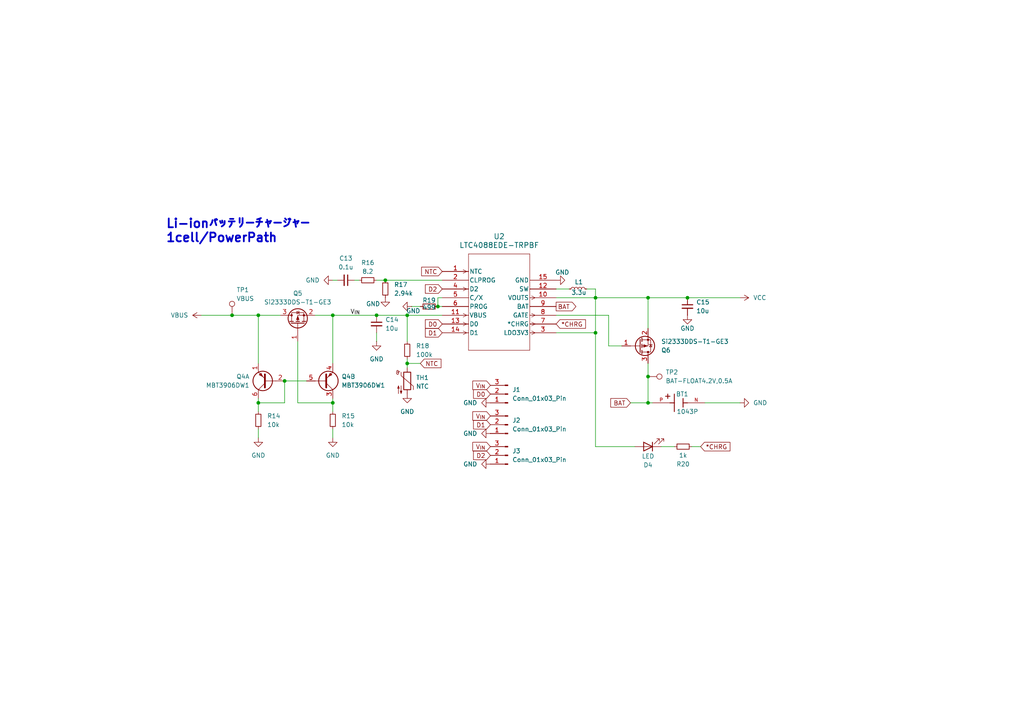
<source format=kicad_sch>
(kicad_sch (version 20231120) (generator "eeschema") (generator_version "8.0")
  (paper "A4")
  (lib_symbols
    (symbol "1043P:1043P" (pin_names (offset 1.016))
      (property "Reference" "BT" (at -3.81 3.81 0))
      (property "Value" "1043P" (at -3.81 -5.08 0))
      (symbol "1043P_0_0"
        (polyline (pts (xy -3.81 1.905) (xy -2.54 1.905)) (stroke (width 0.254)))
        (polyline (pts (xy -3.175 2.54) (xy -3.175 1.27)) (stroke (width 0.254)))
        (polyline (pts (xy -1.27 0) (xy -2.54 0)) (stroke (width 0.254)))
        (polyline (pts (xy -1.27 0) (xy -1.27 -2.54)) (stroke (width 0.254)))
        (polyline (pts (xy -1.27 2.54) (xy -1.27 0)) (stroke (width 0.254)))
        (polyline (pts (xy 1.27 0) (xy 1.27 -1.27)) (stroke (width 0.254)))
        (polyline (pts (xy 1.27 0) (xy 2.54 0)) (stroke (width 0.254)))
        (polyline (pts (xy 1.27 1.27) (xy 1.27 0)) (stroke (width 0.254)))
        (pin passive line (at 7.62 0 180) (length 5.08) (name "~") (number "N"))
        (pin passive line (at -7.62 0 0) (length 5.08) (name "~") (number "P"))
      )
    )
    (symbol "2024-10-02_05-23-37:LTC4088EDE-TRPBF" (pin_names (offset 0.254))
      (property "Reference" "U2" (at 25.4 10.16 0))
      (property "Value" "LTC4088EDE-TRPBF" (at 25.4 7.62 0))
      (symbol "LTC4088EDE-TRPBF_0_1"
        (polyline (pts (xy 15.9893 -17.78) (xy 14.9479 -18.3007)) (stroke (width 0.127)))
        (polyline (pts (xy 15.9893 -17.78) (xy 14.9479 -17.2593)) (stroke (width 0.127)))
        (polyline (pts (xy 15.9893 -15.24) (xy 14.9479 -15.7607)) (stroke (width 0.127)))
        (polyline (pts (xy 15.9893 -15.24) (xy 14.9479 -14.7193)) (stroke (width 0.127)))
        (polyline (pts (xy 15.9893 -12.7) (xy 14.9479 -13.2207)) (stroke (width 0.127)))
        (polyline (pts (xy 15.9893 -12.7) (xy 14.9479 -12.1793)) (stroke (width 0.127)))
        (polyline (pts (xy 15.9893 -5.08) (xy 14.9479 -5.6007)) (stroke (width 0.127)))
        (polyline (pts (xy 15.9893 -5.08) (xy 14.9479 -4.5593)) (stroke (width 0.127)))
        (polyline (pts (xy 15.9893 0) (xy 14.9479 -0.5207)) (stroke (width 0.127)))
        (polyline (pts (xy 15.9893 0) (xy 14.9479 0.5207)) (stroke (width 0.127)))
        (polyline (pts (xy 16.51 -22.86) (xy 34.29 -22.86)) (stroke (width 0.127)))
        (polyline (pts (xy 16.51 5.08) (xy 16.51 -22.86)) (stroke (width 0.127)))
        (polyline (pts (xy 34.29 -22.86) (xy 34.29 5.08)) (stroke (width 0.127)))
        (polyline (pts (xy 34.29 5.08) (xy 16.51 5.08)) (stroke (width 0.127)))
        (polyline (pts (xy 34.8107 -18.3007) (xy 35.8521 -17.78)) (stroke (width 0.127)))
        (polyline (pts (xy 34.8107 -17.2593) (xy 35.8521 -17.78)) (stroke (width 0.127)))
        (polyline (pts (xy 34.8107 -15.7607) (xy 35.8521 -15.24)) (stroke (width 0.127)))
        (polyline (pts (xy 34.8107 -14.7193) (xy 35.8521 -15.24)) (stroke (width 0.127)))
        (polyline (pts (xy 34.8107 -13.2207) (xy 35.8521 -12.7)) (stroke (width 0.127)))
        (polyline (pts (xy 34.8107 -12.1793) (xy 35.8521 -12.7)) (stroke (width 0.127)))
        (polyline (pts (xy 34.8107 -8.1407) (xy 35.8521 -7.62)) (stroke (width 0.127)))
        (polyline (pts (xy 34.8107 -7.0993) (xy 35.8521 -7.62)) (stroke (width 0.127)))
        (pin input line (at 8.89 0 0) (length 7.62) (name "NTC") (number "1"))
        (pin output line (at 41.91 -7.62 180) (length 7.62) (name "VOUTS") (number "10"))
        (pin input line (at 8.89 -12.7 0) (length 7.62) (name "VBUS") (number "11"))
        (pin unspecified line (at 41.91 -5.08 180) (length 7.62) (name "SW") (number "12"))
        (pin input line (at 8.89 -15.24 0) (length 7.62) (name "D0") (number "13"))
        (pin input line (at 8.89 -17.78 0) (length 7.62) (name "D1") (number "14"))
        (pin unspecified line (at 41.91 -2.54 180) (length 7.62) (name "GND") (number "15"))
        (pin unspecified line (at 8.89 -2.54 0) (length 7.62) (name "CLPROG") (number "2"))
        (pin output line (at 41.91 -17.78 180) (length 7.62) (name "LDO3V3") (number "3"))
        (pin input line (at 8.89 -5.08 0) (length 7.62) (name "D2") (number "4"))
        (pin unspecified line (at 8.89 -7.62 0) (length 7.62) (name "C/X") (number "5"))
        (pin unspecified line (at 8.89 -10.16 0) (length 7.62) (name "PROG") (number "6"))
        (pin output line (at 41.91 -15.24 180) (length 7.62) (name "*CHRG") (number "7"))
        (pin output line (at 41.91 -12.7 180) (length 7.62) (name "GATE") (number "8"))
        (pin power_in line (at 41.91 -10.16 180) (length 7.62) (name "BAT") (number "9"))
      )
    )
    (symbol "Connector:Conn_01x03_Pin" (pin_names (offset 1.016) hide)
      (property "Reference" "J" (at 0 5.08 0))
      (property "Value" "Conn_01x03_Pin" (at 0 -5.08 0))
      (symbol "Conn_01x03_Pin_1_1"
        (polyline (pts (xy 1.27 -2.54) (xy 0.8636 -2.54)) (stroke (width 0.1524)))
        (polyline (pts (xy 1.27 0) (xy 0.8636 0)) (stroke (width 0.1524)))
        (polyline (pts (xy 1.27 2.54) (xy 0.8636 2.54)) (stroke (width 0.1524)))
        (rectangle (start 0.8636 -2.413) (end 0 -2.667) (stroke (width 0.1524)) (fill (type outline)))
        (rectangle (start 0.8636 0.127) (end 0 -0.127) (stroke (width 0.1524)) (fill (type outline)))
        (rectangle (start 0.8636 2.667) (end 0 2.413) (stroke (width 0.1524)) (fill (type outline)))
        (pin passive line (at 5.08 2.54 180) (length 3.81) (name "Pin_1") (number "1"))
        (pin passive line (at 5.08 0 180) (length 3.81) (name "Pin_2") (number "2"))
        (pin passive line (at 5.08 -2.54 180) (length 3.81) (name "Pin_3") (number "3"))
      )
    )
    (symbol "Connector:TestPoint" (pin_numbers hide) (pin_names (offset 0.762) hide)
      (property "Reference" "TP" (at 0 6.858 0))
      (property "Value" "TestPoint" (at 0 5.08 0))
      (symbol "TestPoint_0_1"
        (circle (center 0 3.302) (radius 0.762))
      )
      (symbol "TestPoint_1_1"
        (pin passive line (at 0 0 90) (length 2.54) (name "1") (number "1"))
      )
    )
    (symbol "Device:C_Small" (pin_numbers hide) (pin_names (offset 0.254) hide)
      (property "Reference" "C" (at 0.254 1.778 0))
      (property "Value" "C_Small" (at 0.254 -2.032 0))
      (symbol "C_Small_0_1"
        (polyline (pts (xy -1.524 -0.508) (xy 1.524 -0.508)) (stroke (width 0.3302)))
        (polyline (pts (xy -1.524 0.508) (xy 1.524 0.508)) (stroke (width 0.3048)))
      )
      (symbol "C_Small_1_1"
        (pin passive line (at 0 2.54 270) (length 2.032) (name "~") (number "1"))
        (pin passive line (at 0 -2.54 90) (length 2.032) (name "~") (number "2"))
      )
    )
    (symbol "Device:LED" (pin_numbers hide) (pin_names (offset 1.016) hide)
      (property "Reference" "D" (at 0 2.54 0))
      (property "Value" "LED" (at 0 -2.54 0))
      (symbol "LED_0_1"
        (polyline (pts (xy -1.27 -1.27) (xy -1.27 1.27)) (stroke (width 0.254)))
        (polyline (pts (xy -1.27 0) (xy 1.27 0)))
        (polyline (pts (xy 1.27 -1.27) (xy 1.27 1.27) (xy -1.27 0) (xy 1.27 -1.27)) (stroke (width 0.254)))
        (polyline (pts (xy -3.048 -0.762) (xy -4.572 -2.286) (xy -3.81 -2.286) (xy -4.572 -2.286) (xy -4.572 -1.524)))
        (polyline (pts (xy -1.778 -0.762) (xy -3.302 -2.286) (xy -2.54 -2.286) (xy -3.302 -2.286) (xy -3.302 -1.524)))
      )
      (symbol "LED_1_1"
        (pin passive line (at -3.81 0 0) (length 2.54) (name "K") (number "1"))
        (pin passive line (at 3.81 0 180) (length 2.54) (name "A") (number "2"))
      )
    )
    (symbol "Device:L_Small" (pin_numbers hide) (pin_names (offset 0.254) hide)
      (property "Reference" "L" (at 0.762 1.016 0))
      (property "Value" "L_Small" (at 0.762 -1.016 0))
      (symbol "L_Small_0_1"
        (arc (start 0 -2.032) (mid 0.5058 -1.524) (end 0 -1.016))
        (arc (start 0 -1.016) (mid 0.5058 -0.508) (end 0 0))
        (arc (start 0 0) (mid 0.5058 0.508) (end 0 1.016))
        (arc (start 0 1.016) (mid 0.5058 1.524) (end 0 2.032))
      )
      (symbol "L_Small_1_1"
        (pin passive line (at 0 2.54 270) (length 0.508) (name "~") (number "1"))
        (pin passive line (at 0 -2.54 90) (length 0.508) (name "~") (number "2"))
      )
    )
    (symbol "Device:R_Small" (pin_numbers hide) (pin_names (offset 0.254) hide)
      (property "Reference" "R" (at 0.762 0.508 0))
      (property "Value" "R_Small" (at 0.762 -1.016 0))
      (symbol "R_Small_0_1"
        (rectangle (start -0.762 1.778) (end 0.762 -1.778) (stroke (width 0.2032)))
      )
      (symbol "R_Small_1_1"
        (pin passive line (at 0 2.54 270) (length 0.762) (name "~") (number "1"))
        (pin passive line (at 0 -2.54 90) (length 0.762) (name "~") (number "2"))
      )
    )
    (symbol "Device:Thermistor_NTC" (pin_numbers hide) (pin_names (offset 0))
      (property "Reference" "TH" (at -4.445 0 90))
      (property "Value" "Thermistor_NTC" (at 3.175 0 90))
      (symbol "Thermistor_NTC_0_1"
        (arc (start -3.048 2.159) (mid -3.0495 2.3143) (end -3.175 2.413))
        (arc (start -3.048 2.159) (mid -2.9736 1.9794) (end -2.794 1.905))
        (arc (start -3.048 2.794) (mid -2.9736 2.6144) (end -2.794 2.54))
        (arc (start -2.794 1.905) (mid -2.6144 1.9794) (end -2.54 2.159))
        (arc (start -2.794 2.54) (mid -2.4393 2.5587) (end -2.159 2.794))
        (arc (start -2.794 3.048) (mid -2.9736 2.9736) (end -3.048 2.794))
        (arc (start -2.54 2.794) (mid -2.6144 2.9736) (end -2.794 3.048))
        (rectangle (start -1.016 2.54) (end 1.016 -2.54) (stroke (width 0.254)))
        (polyline (pts (xy -2.54 2.159) (xy -2.54 2.794)))
        (polyline (pts (xy -1.778 2.54) (xy -1.778 1.524) (xy 1.778 -1.524) (xy 1.778 -2.54)))
        (polyline (pts (xy -2.54 -3.683) (xy -2.54 -1.397) (xy -2.794 -2.159) (xy -2.286 -2.159) (xy -2.54 -1.397) (xy -2.54 -1.651)) (fill (type outline)))
        (polyline (pts (xy -1.778 -1.397) (xy -1.778 -3.683) (xy -2.032 -2.921) (xy -1.524 -2.921) (xy -1.778 -3.683) (xy -1.778 -3.429)) (fill (type outline)))
      )
      (symbol "Thermistor_NTC_1_1"
        (pin passive line (at 0 3.81 270) (length 1.27) (name "~") (number "1"))
        (pin passive line (at 0 -3.81 90) (length 1.27) (name "~") (number "2"))
      )
    )
    (symbol "Transistor_BJT:MBT3906DW1" (pin_names (offset 0) hide)
      (property "Reference" "Q" (at 5.08 1.27 0))
      (property "Value" "MBT3906DW1" (at 5.08 -1.27 0))
      (symbol "MBT3906DW1_0_1"
        (polyline (pts (xy 0.635 0) (xy -2.54 0)))
        (polyline (pts (xy 0.635 0.635) (xy 2.54 2.54)))
        (polyline (pts (xy 0.635 -0.635) (xy 2.54 -2.54) (xy 2.54 -2.54)))
        (polyline (pts (xy 0.635 1.905) (xy 0.635 -1.905) (xy 0.635 -1.905)) (stroke (width 0.508)))
        (polyline (pts (xy 2.286 -1.778) (xy 1.778 -2.286) (xy 1.27 -1.27) (xy 2.286 -1.778) (xy 2.286 -1.778)) (fill (type outline)))
        (circle (center 1.27 0) (radius 2.8194) (stroke (width 0.254)))
      )
      (symbol "MBT3906DW1_1_1"
        (pin passive line (at 2.54 -5.08 90) (length 2.54) (name "E1") (number "1"))
        (pin input line (at -5.08 0 0) (length 2.54) (name "B1") (number "2"))
        (pin passive line (at 2.54 5.08 270) (length 2.54) (name "C1") (number "6"))
      )
      (symbol "MBT3906DW1_2_1"
        (pin passive line (at 2.54 5.08 270) (length 2.54) (name "C2") (number "3"))
        (pin passive line (at 2.54 -5.08 90) (length 2.54) (name "E2") (number "4"))
        (pin input line (at -5.08 0 0) (length 2.54) (name "B2") (number "5"))
      )
    )
    (symbol "Transistor_FET:Si2319CDS" (pin_names hide)
      (property "Reference" "Q" (at 5.08 1.905 0))
      (property "Value" "Si2319CDS" (at 5.08 0 0))
      (symbol "Si2319CDS_0_1"
        (polyline (pts (xy 0.254 0) (xy -2.54 0)))
        (polyline (pts (xy 0.254 1.905) (xy 0.254 -1.905)) (stroke (width 0.254)))
        (polyline (pts (xy 0.762 -1.27) (xy 0.762 -2.286)) (stroke (width 0.254)))
        (polyline (pts (xy 0.762 0.508) (xy 0.762 -0.508)) (stroke (width 0.254)))
        (polyline (pts (xy 0.762 2.286) (xy 0.762 1.27)) (stroke (width 0.254)))
        (polyline (pts (xy 2.54 2.54) (xy 2.54 1.778)))
        (polyline (pts (xy 2.54 -2.54) (xy 2.54 0) (xy 0.762 0)))
        (polyline (pts (xy 0.762 1.778) (xy 3.302 1.778) (xy 3.302 -1.778) (xy 0.762 -1.778)))
        (polyline (pts (xy 2.286 0) (xy 1.27 0.381) (xy 1.27 -0.381) (xy 2.286 0)) (fill (type outline)))
        (polyline (pts (xy 2.794 -0.508) (xy 2.921 -0.381) (xy 3.683 -0.381) (xy 3.81 -0.254)))
        (polyline (pts (xy 3.302 -0.381) (xy 2.921 0.254) (xy 3.683 0.254) (xy 3.302 -0.381)))
        (circle (center 1.651 0) (radius 2.794) (stroke (width 0.254)))
        (circle (center 2.54 -1.778) (radius 0.254) (fill (type outline)))
        (circle (center 2.54 1.778) (radius 0.254) (fill (type outline)))
      )
      (symbol "Si2319CDS_1_1"
        (pin input line (at -5.08 0 0) (length 2.54) (name "G") (number "1"))
        (pin passive line (at 2.54 -5.08 90) (length 2.54) (name "S") (number "2"))
        (pin passive line (at 2.54 5.08 270) (length 2.54) (name "D") (number "3"))
      )
    )
    (symbol "power:GND" (power) (pin_numbers hide) (pin_names (offset 0) hide)
      (property "Value" "GND" (at 0 -3.81 0))
      (symbol "GND_0_1"
        (polyline (pts (xy 0 0) (xy 0 -1.27) (xy 1.27 -1.27) (xy 0 -2.54) (xy -1.27 -1.27) (xy 0 -1.27)))
      )
      (symbol "GND_1_1"
        (pin power_in line (at 0 0 270) (length 0) (name "~") (number "1"))
      )
    )
    (symbol "power:VBUS" (power) (pin_numbers hide) (pin_names (offset 0) hide)
      (property "Value" "VBUS" (at 0 3.556 0))
      (symbol "VBUS_0_1"
        (polyline (pts (xy -0.762 1.27) (xy 0 2.54)))
        (polyline (pts (xy 0 0) (xy 0 2.54)))
        (polyline (pts (xy 0 2.54) (xy 0.762 1.27)))
      )
      (symbol "VBUS_1_1"
        (pin power_in line (at 0 0 90) (length 0) (name "~") (number "1"))
      )
    )
    (symbol "power:VCC" (power) (pin_numbers hide) (pin_names (offset 0) hide)
      (property "Value" "VCC" (at 0 3.556 0))
      (symbol "VCC_0_1"
        (polyline (pts (xy -0.762 1.27) (xy 0 2.54)))
        (polyline (pts (xy 0 0) (xy 0 2.54)))
        (polyline (pts (xy 0 2.54) (xy 0.762 1.27)))
      )
      (symbol "VCC_1_1"
        (pin power_in line (at 0 0 90) (length 0) (name "~") (number "1"))
      )
    )
  )
  (junction (at 172.72 86.36))
  (junction (at 187.96 116.84))
  (junction (at 96.52 91.44))
  (junction (at 118.11 91.44))
  (junction (at 74.93 91.44))
  (junction (at 187.96 86.36))
  (junction (at 172.72 96.52))
  (junction (at 111.76 81.28))
  (junction (at 74.93 116.84))
  (junction (at 187.96 109.22))
  (junction (at 96.52 116.84))
  (junction (at 127 88.9))
  (junction (at 109.22 91.44))
  (junction (at 67.31 91.44))
  (junction (at 199.39 86.36))
  (junction (at 118.11 105.41))
  (junction (at 82.55 110.49))
  (wire (pts (xy 170.18 83.82) (xy 172.72 83.82)))
  (wire (pts (xy 86.36 99.06) (xy 86.36 116.84)))
  (wire (pts (xy 58.42 91.44) (xy 67.31 91.44)))
  (wire (pts (xy 109.22 81.28) (xy 111.76 81.28)))
  (wire (pts (xy 127 86.36) (xy 127 88.9)))
  (wire (pts (xy 111.76 81.28) (xy 128.27 81.28)))
  (wire (pts (xy 74.93 116.84) (xy 82.55 116.84)))
  (wire (pts (xy 74.93 91.44) (xy 74.93 105.41)))
  (wire (pts (xy 96.52 127) (xy 96.52 124.46)))
  (wire (pts (xy 102.87 81.28) (xy 104.14 81.28)))
  (wire (pts (xy 182.88 116.84) (xy 187.96 116.84)))
  (wire (pts (xy 118.11 105.41) (xy 121.92 105.41)))
  (wire (pts (xy 96.52 116.84) (xy 96.52 119.38)))
  (wire (pts (xy 161.29 96.52) (xy 172.72 96.52)))
  (wire (pts (xy 172.72 83.82) (xy 172.72 86.36)))
  (wire (pts (xy 214.63 86.36) (xy 199.39 86.36)))
  (wire (pts (xy 118.11 91.44) (xy 128.27 91.44)))
  (wire (pts (xy 67.31 91.44) (xy 74.93 91.44)))
  (wire (pts (xy 165.1 83.82) (xy 161.29 83.82)))
  (wire (pts (xy 86.36 116.84) (xy 96.52 116.84)))
  (wire (pts (xy 74.93 127) (xy 74.93 124.46)))
  (wire (pts (xy 172.72 129.54) (xy 184.15 129.54)))
  (wire (pts (xy 203.2 129.54) (xy 200.66 129.54)))
  (wire (pts (xy 96.52 91.44) (xy 109.22 91.44)))
  (wire (pts (xy 187.96 86.36) (xy 187.96 95.25)))
  (wire (pts (xy 82.55 110.49) (xy 88.9 110.49)))
  (wire (pts (xy 118.11 91.44) (xy 109.22 91.44)))
  (wire (pts (xy 172.72 86.36) (xy 187.96 86.36)))
  (wire (pts (xy 204.47 116.84) (xy 214.63 116.84)))
  (wire (pts (xy 74.93 116.84) (xy 74.93 119.38)))
  (wire (pts (xy 172.72 96.52) (xy 172.72 86.36)))
  (wire (pts (xy 161.29 86.36) (xy 172.72 86.36)))
  (wire (pts (xy 118.11 105.41) (xy 118.11 106.68)))
  (wire (pts (xy 97.79 81.28) (xy 96.52 81.28)))
  (wire (pts (xy 187.96 86.36) (xy 199.39 86.36)))
  (wire (pts (xy 118.11 104.14) (xy 118.11 105.41)))
  (wire (pts (xy 187.96 109.22) (xy 187.96 116.84)))
  (wire (pts (xy 127 86.36) (xy 128.27 86.36)))
  (wire (pts (xy 127 88.9) (xy 128.27 88.9)))
  (wire (pts (xy 172.72 96.52) (xy 172.72 129.54)))
  (wire (pts (xy 187.96 105.41) (xy 187.96 109.22)))
  (wire (pts (xy 74.93 115.57) (xy 74.93 116.84)))
  (wire (pts (xy 91.44 91.44) (xy 96.52 91.44)))
  (wire (pts (xy 96.52 91.44) (xy 96.52 105.41)))
  (wire (pts (xy 191.77 129.54) (xy 195.58 129.54)))
  (wire (pts (xy 82.55 116.84) (xy 82.55 110.49)))
  (wire (pts (xy 176.53 100.33) (xy 180.34 100.33)))
  (wire (pts (xy 119.38 88.9) (xy 121.92 88.9)))
  (wire (pts (xy 74.93 91.44) (xy 81.28 91.44)))
  (wire (pts (xy 118.11 99.06) (xy 118.11 91.44)))
  (wire (pts (xy 109.22 99.06) (xy 109.22 96.52)))
  (wire (pts (xy 96.52 115.57) (xy 96.52 116.84)))
  (wire (pts (xy 176.53 91.44) (xy 176.53 100.33)))
  (wire (pts (xy 187.96 116.84) (xy 189.23 116.84)))
  (wire (pts (xy 161.29 91.44) (xy 176.53 91.44)))
  (text "Li-ionバッテリーチャージャー\n1cell/PowerPath" (at 48.006 67.056 0) (effects (font (size 2.54 2.54) (thickness 0.508) (bold yes)) (justify left)))
  (label "V_{IN}" (at 101.6 91.44 0))
  (global_label "D1" (shape input) (at 142.24 123.19 180) (property "Intersheetrefs" "${INTERSHEET_REFS}" (effects (hide yes))))
  (global_label "BAT" (shape input) (at 182.88 116.84 180) (property "Intersheetrefs" "${INTERSHEET_REFS}" (effects (hide yes))))
  (global_label "D2" (shape input) (at 142.24 132.08 180) (property "Intersheetrefs" "${INTERSHEET_REFS}" (effects (hide yes))))
  (global_label "D2" (shape input) (at 128.27 83.82 180) (property "Intersheetrefs" "${INTERSHEET_REFS}" (effects (hide yes))))
  (global_label "D0" (shape input) (at 142.24 114.3 180) (property "Intersheetrefs" "${INTERSHEET_REFS}" (effects (hide yes))))
  (global_label "V_{IN}" (shape input) (at 142.24 129.54 180) (property "Intersheetrefs" "${INTERSHEET_REFS}" (effects (hide yes))))
  (global_label "BAT" (shape output) (at 161.29 88.9 0) (property "Intersheetrefs" "${INTERSHEET_REFS}" (effects (hide yes))))
  (global_label "NTC" (shape input) (at 121.92 105.41 0) (property "Intersheetrefs" "${INTERSHEET_REFS}" (effects (hide yes))))
  (global_label "*CHRG" (shape input) (at 161.29 93.98 0) (property "Intersheetrefs" "${INTERSHEET_REFS}" (effects (hide yes))))
  (global_label "NTC" (shape input) (at 128.27 78.74 180) (property "Intersheetrefs" "${INTERSHEET_REFS}" (effects (hide yes))))
  (global_label "V_{IN}" (shape input) (at 142.24 111.76 180) (property "Intersheetrefs" "${INTERSHEET_REFS}" (effects (hide yes))))
  (global_label "D0" (shape input) (at 128.27 93.98 180) (property "Intersheetrefs" "${INTERSHEET_REFS}" (effects (hide yes))))
  (global_label "V_{IN}" (shape input) (at 142.24 120.65 180) (property "Intersheetrefs" "${INTERSHEET_REFS}" (effects (hide yes))))
  (global_label "D1" (shape input) (at 128.27 96.52 180) (property "Intersheetrefs" "${INTERSHEET_REFS}" (effects (hide yes))))
  (global_label "*CHRG" (shape input) (at 203.2 129.54 0) (property "Intersheetrefs" "${INTERSHEET_REFS}" (effects (hide yes))))
  (symbol (lib_id "Device:L_Small") (at 167.64 83.82 90) (unit 1)
    (property "Reference" "L1" (at 167.894 81.788 90))
    (property "Value" "3.3u" (at 167.894 84.836 90))
    (property "Description" "Inductor, small symbol" (effects (hide yes)))
  )
  (symbol (lib_id "Device:R_Small") (at 111.76 83.82 0) (unit 1)
    (property "Reference" "R17" (at 114.3 82.5499 0) (effects (justify left)))
    (property "Value" "2.94k" (at 114.3 85.0899 0) (effects (justify left)))
    (property "Footprint" "Resistor_SMD:R_0603_1608Metric_Pad0.98x0.95mm_HandSolder" (effects (hide yes)))
    (property "Description" "Resistor, small symbol" (effects (hide yes)))
  )
  (symbol (lib_id "power:GND") (at 96.52 81.28 270) (unit 1)
    (property "Reference" "#PWR019" (effects (hide yes)))
    (property "Value" "GND" (at 92.71 81.2799 90) (effects (justify right)))
    (property "Description" "Power symbol creates a global label with name \"GND\" , ground" (effects (hide yes)))
  )
  (symbol (lib_id "Transistor_BJT:MBT3906DW1") (at 93.98 110.49 0) (mirror x) (unit 2)
    (property "Reference" "Q4" (at 99.06 109.2199 0) (effects (justify left)))
    (property "Value" "MBT3906DW1" (at 99.06 111.7599 0) (effects (justify left)))
    (property "Footprint" "Package_TO_SOT_SMD:SOT-363_SC-70-6" (effects (hide yes)))
    (property "Datasheet" "http://www.onsemi.com/pub_link/Collateral/MBT3906DW1T1-D.PDF" (effects (hide yes)))
    (property "Description" "200mA IC, 40V Vce, Dual PNP/PNP Transistors, SOT-363" (effects (hide yes)))
  )
  (symbol (lib_id "Device:C_Small") (at 109.22 93.98 0) (unit 1)
    (property "Reference" "C14" (at 111.76 92.7162 0) (effects (justify left)))
    (property "Value" "10u" (at 111.76 95.2562 0) (effects (justify left)))
    (property "Footprint" "Capacitor_SMD:C_0805_2012Metric_Pad1.18x1.45mm_HandSolder" (effects (hide yes)))
    (property "Description" "Unpolarized capacitor, small symbol" (effects (hide yes)))
  )
  (symbol (lib_id "Connector:Conn_01x03_Pin") (at 147.32 123.19 180) (unit 1)
    (property "Reference" "J2" (at 148.59 121.9199 0) (effects (justify right)))
    (property "Value" "Conn_01x03_Pin" (at 148.59 124.4599 0) (effects (justify right)))
    (property "Footprint" "Connector_PinHeader_2.54mm:PinHeader_1x03_P2.54mm_Vertical" (effects (hide yes)))
    (property "Description" "Generic connector, single row, 01x03, script generated" (effects (hide yes)))
  )
  (symbol (lib_id "Device:R_Small") (at 96.52 121.92 0) (unit 1)
    (property "Reference" "R15" (at 99.06 120.6499 0) (effects (justify left)))
    (property "Value" "10k" (at 99.06 123.1899 0) (effects (justify left)))
    (property "Footprint" "Resistor_SMD:R_0603_1608Metric_Pad0.98x0.95mm_HandSolder" (effects (hide yes)))
    (property "Description" "Resistor, small symbol" (effects (hide yes)))
  )
  (symbol (lib_id "2024-10-02_05-23-37:LTC4088EDE-TRPBF") (at 119.38 78.74 0) (unit 1)
    (property "Reference" "U2" (at 144.78 68.58 0) (effects (font (size 1.524 1.524))))
    (property "Value" "LTC4088EDE-TRPBF" (at 144.78 71.12 0) (effects (font (size 1.524 1.524))))
    (property "Footprint" "LTC4088:DFN-14_DE_LIT" (effects (hide yes)))
    (property "Datasheet" "LTC4088EDE-TRPBF" (effects (hide yes)))
  )
  (symbol (lib_id "1043P:1043P") (at 196.85 116.84 0) (unit 1)
    (property "Reference" "BT1" (at 197.866 114.3 0))
    (property "Value" "1043P" (at 199.39 119.38 0))
    (property "Footprint" "1043P:BAT_1043P" (effects (hide yes)))
    (property "PARTREV" "D" (effects (hide yes)))
    (property "STANDARD" "Manufacturer Recommendations" (effects (hide yes)))
    (property "SNAPEDA_PN" "1043P" (effects (hide yes)))
    (property "MAXIMUM_PACKAGE_HEIGHT" "15.11mm" (effects (hide yes)))
    (property "MANUFACTURER" "Keystone" (effects (hide yes)))
  )
  (symbol (lib_id "Transistor_FET:Si2319CDS") (at 185.42 100.33 0) (mirror x) (unit 1)
    (property "Reference" "Q6" (at 191.77 101.6001 0) (effects (justify left)))
    (property "Value" "Si2333DDS-T1-GE3" (at 191.77 99.0601 0) (effects (justify left)))
    (property "Footprint" "Package_TO_SOT_SMD:SOT-23-3" (effects (hide yes)))
    (property "Datasheet" "http://www.vishay.com/docs/66709/si2319cd.pdf" (effects (hide yes)))
    (property "Description" "-4.4A Id, -40V Vds, P-Channel MOSFET, SOT-23" (effects (hide yes)))
  )
  (symbol (lib_id "Connector:Conn_01x03_Pin") (at 147.32 132.08 180) (unit 1)
    (property "Reference" "J3" (at 148.59 130.8099 0) (effects (justify right)))
    (property "Value" "Conn_01x03_Pin" (at 148.59 133.3499 0) (effects (justify right)))
    (property "Footprint" "Connector_PinHeader_2.54mm:PinHeader_1x03_P2.54mm_Vertical" (effects (hide yes)))
    (property "Description" "Generic connector, single row, 01x03, script generated" (effects (hide yes)))
  )
  (symbol (lib_id "power:GND") (at 199.39 91.44 0) (unit 1)
    (property "Reference" "#PWR029" (effects (hide yes)))
    (property "Value" "GND" (at 199.39 95.25 0))
    (property "Description" "Power symbol creates a global label with name \"GND\" , ground" (effects (hide yes)))
  )
  (symbol (lib_id "power:GND") (at 142.24 125.73 270) (unit 1)
    (property "Reference" "#PWR026" (effects (hide yes)))
    (property "Value" "GND" (at 138.43 125.7299 90) (effects (justify right)))
    (property "Description" "Power symbol creates a global label with name \"GND\" , ground" (effects (hide yes)))
  )
  (symbol (lib_id "power:GND") (at 142.24 134.62 270) (unit 1)
    (property "Reference" "#PWR027" (effects (hide yes)))
    (property "Value" "GND" (at 138.43 134.6199 90) (effects (justify right)))
    (property "Description" "Power symbol creates a global label with name \"GND\" , ground" (effects (hide yes)))
  )
  (symbol (lib_id "power:GND") (at 161.29 81.28 90) (unit 1)
    (property "Reference" "#PWR028" (effects (hide yes)))
    (property "Value" "GND" (at 161.036 78.994 90) (effects (justify right)))
    (property "Description" "Power symbol creates a global label with name \"GND\" , ground" (effects (hide yes)))
  )
  (symbol (lib_id "Device:R_Small") (at 124.46 88.9 270) (unit 1)
    (property "Reference" "R19" (at 124.46 87.122 90))
    (property "Value" "499" (at 124.46 89.154 90))
    (property "Footprint" "Resistor_SMD:R_0603_1608Metric_Pad0.98x0.95mm_HandSolder" (effects (hide yes)))
    (property "Description" "Resistor, small symbol" (effects (hide yes)))
  )
  (symbol (lib_id "power:VBUS") (at 58.42 91.44 90) (unit 1)
    (property "Reference" "#PWR017" (effects (hide yes)))
    (property "Value" "VBUS" (at 54.61 91.4399 90) (effects (justify left)))
    (property "Description" "Power symbol creates a global label with name \"VBUS\"" (effects (hide yes)))
  )
  (symbol (lib_id "Device:R_Small") (at 118.11 101.6 0) (unit 1)
    (property "Reference" "R18" (at 120.65 100.3299 0) (effects (justify left)))
    (property "Value" "100k" (at 120.65 102.8699 0) (effects (justify left)))
    (property "Footprint" "Resistor_SMD:R_0603_1608Metric_Pad0.98x0.95mm_HandSolder" (effects (hide yes)))
    (property "Description" "Resistor, small symbol" (effects (hide yes)))
  )
  (symbol (lib_id "power:GND") (at 119.38 88.9 270) (unit 1)
    (property "Reference" "#PWR024" (effects (hide yes)))
    (property "Value" "GND" (at 121.92 90.17 90) (effects (justify right)))
    (property "Description" "Power symbol creates a global label with name \"GND\" , ground" (effects (hide yes)))
  )
  (symbol (lib_id "power:GND") (at 142.24 116.84 270) (unit 1)
    (property "Reference" "#PWR025" (effects (hide yes)))
    (property "Value" "GND" (at 138.43 116.8399 90) (effects (justify right)))
    (property "Description" "Power symbol creates a global label with name \"GND\" , ground" (effects (hide yes)))
  )
  (symbol (lib_id "Device:R_Small") (at 198.12 129.54 90) (unit 1)
    (property "Reference" "R20" (at 198.12 134.62 90))
    (property "Value" "1k" (at 198.12 132.08 90))
    (property "Footprint" "Resistor_SMD:R_0603_1608Metric_Pad0.98x0.95mm_HandSolder" (effects (hide yes)))
    (property "Description" "Resistor, small symbol" (effects (hide yes)))
  )
  (symbol (lib_id "power:GND") (at 118.11 114.3 0) (unit 1)
    (property "Reference" "#PWR023" (effects (hide yes)))
    (property "Value" "GND" (at 118.11 119.38 0))
    (property "Description" "Power symbol creates a global label with name \"GND\" , ground" (effects (hide yes)))
  )
  (symbol (lib_id "Connector:TestPoint") (at 187.96 109.22 270) (unit 1)
    (property "Reference" "TP2" (at 193.04 107.9499 90) (effects (justify left)))
    (property "Value" "BAT-FLOAT4.2V,0.5A" (at 193.04 110.4899 90) (effects (justify left)))
    (property "Footprint" "Connector_Pin:Pin_D1.1mm_L8.5mm_W2.5mm_FlatFork" (effects (hide yes)))
    (property "Description" "test point" (effects (hide yes)))
  )
  (symbol (lib_id "Device:LED") (at 187.96 129.54 180) (unit 1)
    (property "Reference" "D4" (at 187.96 134.874 0))
    (property "Value" "LED" (at 187.96 132.334 0))
    (property "Footprint" "LED_THT:LED_D4.0mm" (effects (hide yes)))
    (property "Description" "Light emitting diode" (effects (hide yes)))
  )
  (symbol (lib_id "power:GND") (at 111.76 86.36 0) (unit 1)
    (property "Reference" "#PWR022" (effects (hide yes)))
    (property "Value" "GND" (at 108.204 88.138 0))
    (property "Description" "Power symbol creates a global label with name \"GND\" , ground" (effects (hide yes)))
  )
  (symbol (lib_id "Transistor_BJT:MBT3906DW1") (at 77.47 110.49 180) (unit 1)
    (property "Reference" "Q4" (at 72.39 109.2199 0) (effects (justify left)))
    (property "Value" "MBT3906DW1" (at 72.39 111.7599 0) (effects (justify left)))
    (property "Footprint" "Package_TO_SOT_SMD:SOT-363_SC-70-6" (effects (hide yes)))
    (property "Datasheet" "http://www.onsemi.com/pub_link/Collateral/MBT3906DW1T1-D.PDF" (effects (hide yes)))
    (property "Description" "200mA IC, 40V Vce, Dual PNP/PNP Transistors, SOT-363" (effects (hide yes)))
  )
  (symbol (lib_id "power:VCC") (at 214.63 86.36 270) (unit 1)
    (property "Reference" "#PWR030" (effects (hide yes)))
    (property "Value" "VCC" (at 218.44 86.3599 90) (effects (justify left)))
    (property "Description" "Power symbol creates a global label with name \"VCC\"" (effects (hide yes)))
  )
  (symbol (lib_id "power:GND") (at 214.63 116.84 90) (unit 1)
    (property "Reference" "#PWR031" (effects (hide yes)))
    (property "Value" "GND" (at 218.44 116.8399 90) (effects (justify right)))
    (property "Description" "Power symbol creates a global label with name \"GND\" , ground" (effects (hide yes)))
  )
  (symbol (lib_id "Device:C_Small") (at 100.33 81.28 270) (unit 1)
    (property "Reference" "C13" (at 100.3236 74.93 90))
    (property "Value" "0.1u" (at 100.3236 77.47 90))
    (property "Footprint" "Capacitor_SMD:C_0603_1608Metric_Pad1.08x0.95mm_HandSolder" (effects (hide yes)))
    (property "Description" "Unpolarized capacitor, small symbol" (effects (hide yes)))
  )
  (symbol (lib_id "Device:R_Small") (at 74.93 121.92 0) (unit 1)
    (property "Reference" "R14" (at 77.47 120.6499 0) (effects (justify left)))
    (property "Value" "10k" (at 77.47 123.1899 0) (effects (justify left)))
    (property "Footprint" "Resistor_SMD:R_0603_1608Metric_Pad0.98x0.95mm_HandSolder" (effects (hide yes)))
    (property "Description" "Resistor, small symbol" (effects (hide yes)))
  )
  (symbol (lib_id "Connector:Conn_01x03_Pin") (at 147.32 114.3 180) (unit 1)
    (property "Reference" "J1" (at 148.59 113.0299 0) (effects (justify right)))
    (property "Value" "Conn_01x03_Pin" (at 148.59 115.5699 0) (effects (justify right)))
    (property "Footprint" "Connector_PinHeader_2.54mm:PinHeader_1x03_P2.54mm_Vertical" (effects (hide yes)))
    (property "Description" "Generic connector, single row, 01x03, script generated" (effects (hide yes)))
  )
  (symbol (lib_id "Device:Thermistor_NTC") (at 118.11 110.49 0) (unit 1)
    (property "Reference" "TH1" (at 120.65 109.5374 0) (effects (justify left)))
    (property "Value" "NTC" (at 120.65 112.0774 0) (effects (justify left)))
    (property "Description" "Temperature dependent resistor, negative temperature coefficient" (effects (hide yes)))
  )
  (symbol (lib_id "power:GND") (at 96.52 127 0) (unit 1)
    (property "Reference" "#PWR020" (effects (hide yes)))
    (property "Value" "GND" (at 96.52 132.08 0))
    (property "Description" "Power symbol creates a global label with name \"GND\" , ground" (effects (hide yes)))
  )
  (symbol (lib_id "Connector:TestPoint") (at 67.31 91.44 0) (unit 1)
    (property "Reference" "TP1" (at 68.58 84.074 0) (effects (justify left)))
    (property "Value" "VBUS" (at 68.58 86.614 0) (effects (justify left)))
    (property "Footprint" "Connector_Pin:Pin_D1.1mm_L8.5mm_W2.5mm_FlatFork" (effects (hide yes)))
    (property "Description" "test point" (effects (hide yes)))
  )
  (symbol (lib_id "Device:C_Small") (at 199.39 88.9 0) (unit 1)
    (property "Reference" "C15" (at 201.93 87.6362 0) (effects (justify left)))
    (property "Value" "10u" (at 201.93 90.1762 0) (effects (justify left)))
    (property "Footprint" "Capacitor_SMD:C_0805_2012Metric_Pad1.18x1.45mm_HandSolder" (effects (hide yes)))
    (property "Description" "Unpolarized capacitor, small symbol" (effects (hide yes)))
  )
  (symbol (lib_id "Device:R_Small") (at 106.68 81.28 270) (unit 1)
    (property "Reference" "R16" (at 106.68 76.2 90))
    (property "Value" "8.2" (at 106.68 78.74 90))
    (property "Footprint" "Resistor_SMD:R_0603_1608Metric_Pad0.98x0.95mm_HandSolder" (effects (hide yes)))
    (property "Description" "Resistor, small symbol" (effects (hide yes)))
  )
  (symbol (lib_id "power:GND") (at 74.93 127 0) (unit 1)
    (property "Reference" "#PWR018" (effects (hide yes)))
    (property "Value" "GND" (at 74.93 132.08 0))
    (property "Description" "Power symbol creates a global label with name \"GND\" , ground" (effects (hide yes)))
  )
  (symbol (lib_id "power:GND") (at 109.22 99.06 0) (unit 1)
    (property "Reference" "#PWR021" (effects (hide yes)))
    (property "Value" "GND" (at 109.22 104.14 0))
    (property "Description" "Power symbol creates a global label with name \"GND\" , ground" (effects (hide yes)))
  )
  (symbol (lib_id "Transistor_FET:Si2319CDS") (at 86.36 93.98 90) (unit 1)
    (property "Reference" "Q5" (at 86.36 85.09 90))
    (property "Value" "Si2333DDS-T1-GE3" (at 86.36 87.63 90))
    (property "Footprint" "Package_TO_SOT_SMD:SOT-23-3" (effects (hide yes)))
    (property "Datasheet" "http://www.vishay.com/docs/66709/si2319cd.pdf" (effects (hide yes)))
    (property "Description" "-4.4A Id, -40V Vds, P-Channel MOSFET, SOT-23" (effects (hide yes)))
  )
)
</source>
